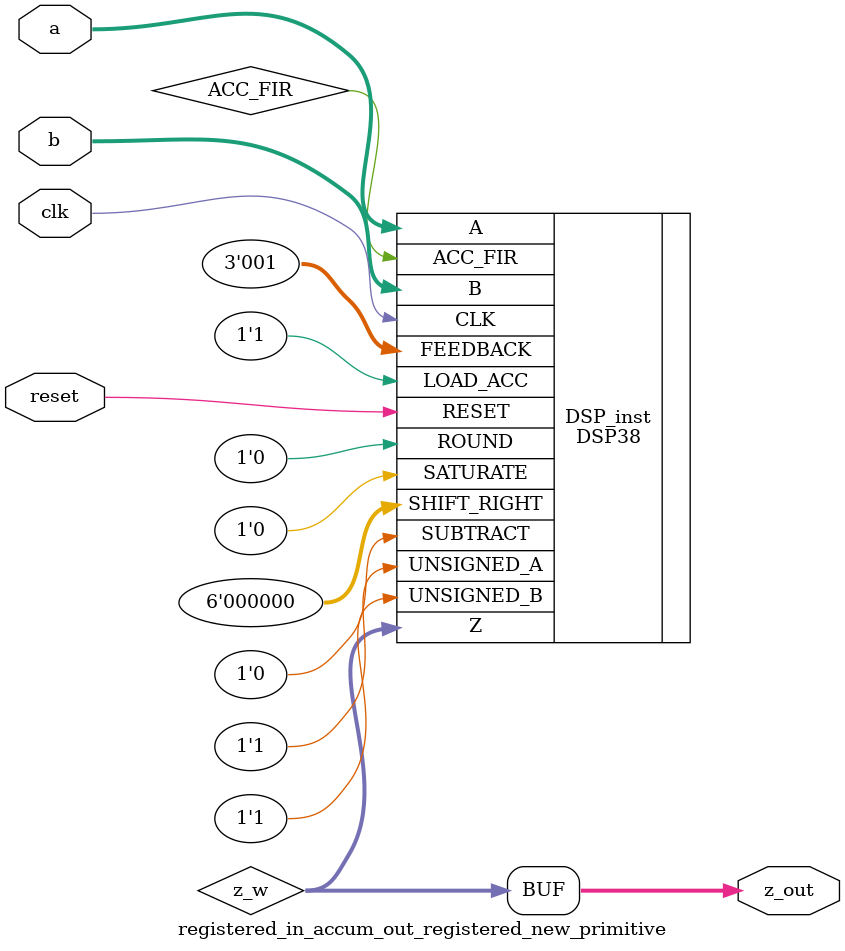
<source format=v>
module registered_in_accum_out_registered_new_primitive (
	input  wire [19:0] a,
    input  wire [17:0] b,
	input wire clk, reset,
    output wire [37:0] z_out
    );

    parameter [79:0] MODE_BITS = 80'd0;
    
    wire [37:0] z_w;

DSP38 #(
  .DSP_MODE("MULTIPLY_ACCUMULATE"), // DSp arithmetic mode (MULTIPLY/MULTIPLY_ADD_SUB/MULTIPLY_ACCUMULATE)
  .COEFF_0(20'h00000), // 20-bit A input coefficient 0
  .COEFF_1(20'h00000), // 20-bit A input coefficient 1
  .COEFF_2(20'h00000), // 20-bit A input coefficient 2
  .COEFF_3(20'h00000), // 20-bit A input coefficient 3
  .OUTPUT_REG_EN("TRUE"), // Enable output register (TRUE/FALSE)
  .INPUT_REG_EN("TRUE") // Enable input register (TRUE/FALSE)
) DSP_inst(
  .A(a), // 20-bit data input for multipluier or accumulator loading
  .B(b), // 18-bit data input for multiplication
  .ACC_FIR(ACC_FIR), // 6-bit left shift A input
  .Z(z_w), // 38-bit data output
  .CLK(clk), // Clock
  .RESET(reset), // None
  .FEEDBACK(3'd1), // 3-bit feedback input selects coefficient
  .LOAD_ACC(1'd1), // Load accumulator input
  .SATURATE(1'b0), // Saturate enable
  .SHIFT_RIGHT(6'd0), // 6-bit Shift right
  .ROUND(1'd0), // Round
  .SUBTRACT(1'b0), // Add or subtract
  .UNSIGNED_A (1'b1), // Selects signed or unsigned data for A input
  .UNSIGNED_B (1'b1) 
);

    assign z_out = z_w;

endmodule
</source>
